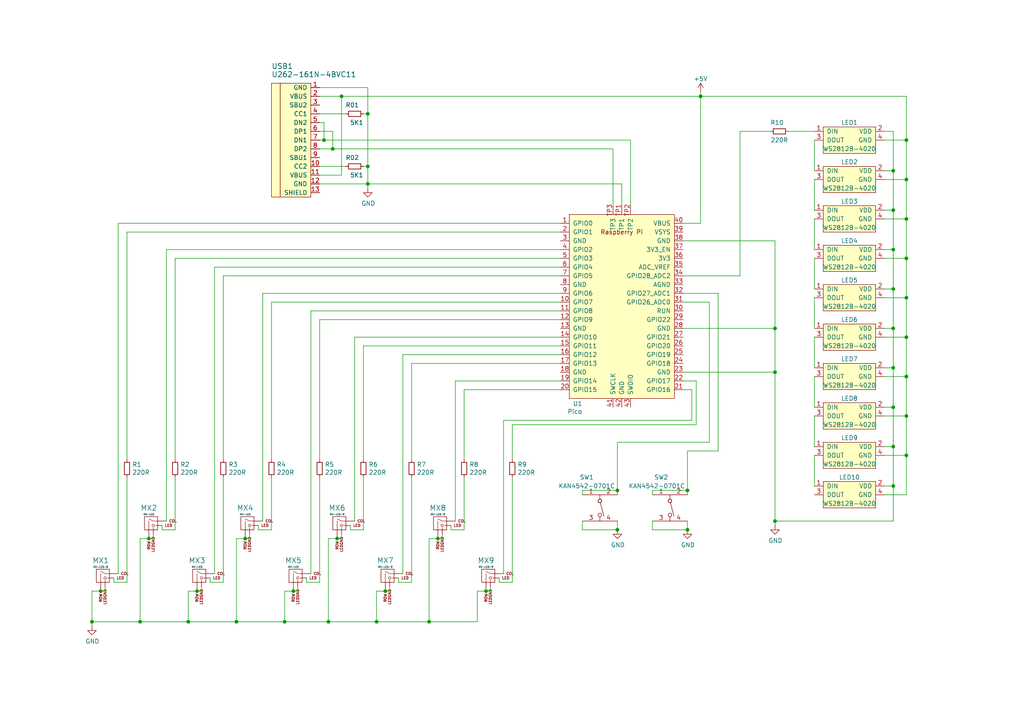
<source format=kicad_sch>
(kicad_sch (version 20211123) (generator eeschema)
  (paper "A4")
  (lib_symbols
    (symbol "Device:R_Small" (pin_numbers hide) (pin_names (offset 0.254) hide)
      (property "Reference" "R" (at 0.762 0.508 0))
      (property "Value" "R_Small" (at 0.762 -1.016 0))
      (symbol "R_Small_0_1"
        (rectangle (start -0.762 1.778) (end 0.762 -1.778) (stroke (width 0.2032)))
      )
      (symbol "R_Small_1_1"
        (pin passive line (at 0 2.54 270) (length 0.762) (name "~") (number "1"))
        (pin passive line (at 0 -2.54 90) (length 0.762) (name "~") (number "2"))
      )
    )
    (symbol "K2-1102SP-C4SC-04:K2-1102SP-C4SC-04" (pin_names (offset 0) hide)
      (property "Reference" "SW" (at 3.81 0 90))
      (property "Value" "K2-1102SP-C4SC-04" (at 0 6.35 0))
      (symbol "K2-1102SP-C4SC-04_0_0"
        (circle (center 0 -2.032) (radius 0.508))
        (polyline (pts (xy 0.127 1.524) (xy 1.1684 -2.3622)))
        (circle (center 0 2.032) (radius 0.508))
        (circle (center 0 2.032) (radius 0.508))
      )
      (symbol "K2-1102SP-C4SC-04_0_1"
        (polyline (pts (xy 0 -2.54) (xy 0 -3.81)))
        (polyline (pts (xy 0 3.81) (xy 0 2.54)))
      )
      (symbol "K2-1102SP-C4SC-04_1_1"
        (pin passive line (at -5.08 3.81 0) (length 5.08) (name "~") (number "1"))
        (pin passive line (at 5.08 3.81 180) (length 5.08) (name "~") (number "2"))
        (pin passive line (at -5.08 -3.81 0) (length 5.08) (name "~") (number "3"))
        (pin passive line (at 5.08 -3.81 180) (length 5.08) (name "~") (number "4"))
      )
    )
    (symbol "MCU_RaspberryPi_and_Boards:Pico" (pin_names (offset 1.016))
      (property "Reference" "U" (at -13.97 27.94 0))
      (property "Value" "Pico" (at 0 19.05 0))
      (symbol "Pico_0_0"
        (text "Raspberry Pi" (at 0 21.59 0) (effects (font (size 1.27 1.27))))
      )
      (symbol "Pico_0_1"
        (rectangle (start -15.24 26.67) (end 15.24 -26.67) (fill (type background)))
      )
      (symbol "Pico_1_1"
        (pin bidirectional line (at -17.78 24.13 0) (length 2.54) (name "GPIO0") (number "1"))
        (pin bidirectional line (at -17.78 1.27 0) (length 2.54) (name "GPIO7") (number "10"))
        (pin bidirectional line (at -17.78 -1.27 0) (length 2.54) (name "GPIO8") (number "11"))
        (pin bidirectional line (at -17.78 -3.81 0) (length 2.54) (name "GPIO9") (number "12"))
        (pin power_in line (at -17.78 -6.35 0) (length 2.54) (name "GND") (number "13"))
        (pin bidirectional line (at -17.78 -8.89 0) (length 2.54) (name "GPIO10") (number "14"))
        (pin bidirectional line (at -17.78 -11.43 0) (length 2.54) (name "GPIO11") (number "15"))
        (pin bidirectional line (at -17.78 -13.97 0) (length 2.54) (name "GPIO12") (number "16"))
        (pin bidirectional line (at -17.78 -16.51 0) (length 2.54) (name "GPIO13") (number "17"))
        (pin power_in line (at -17.78 -19.05 0) (length 2.54) (name "GND") (number "18"))
        (pin bidirectional line (at -17.78 -21.59 0) (length 2.54) (name "GPIO14") (number "19"))
        (pin bidirectional line (at -17.78 21.59 0) (length 2.54) (name "GPIO1") (number "2"))
        (pin bidirectional line (at -17.78 -24.13 0) (length 2.54) (name "GPIO15") (number "20"))
        (pin bidirectional line (at 17.78 -24.13 180) (length 2.54) (name "GPIO16") (number "21"))
        (pin bidirectional line (at 17.78 -21.59 180) (length 2.54) (name "GPIO17") (number "22"))
        (pin power_in line (at 17.78 -19.05 180) (length 2.54) (name "GND") (number "23"))
        (pin bidirectional line (at 17.78 -16.51 180) (length 2.54) (name "GPIO18") (number "24"))
        (pin bidirectional line (at 17.78 -13.97 180) (length 2.54) (name "GPIO19") (number "25"))
        (pin bidirectional line (at 17.78 -11.43 180) (length 2.54) (name "GPIO20") (number "26"))
        (pin bidirectional line (at 17.78 -8.89 180) (length 2.54) (name "GPIO21") (number "27"))
        (pin power_in line (at 17.78 -6.35 180) (length 2.54) (name "GND") (number "28"))
        (pin bidirectional line (at 17.78 -3.81 180) (length 2.54) (name "GPIO22") (number "29"))
        (pin power_in line (at -17.78 19.05 0) (length 2.54) (name "GND") (number "3"))
        (pin input line (at 17.78 -1.27 180) (length 2.54) (name "RUN") (number "30"))
        (pin bidirectional line (at 17.78 1.27 180) (length 2.54) (name "GPIO26_ADC0") (number "31"))
        (pin bidirectional line (at 17.78 3.81 180) (length 2.54) (name "GPIO27_ADC1") (number "32"))
        (pin power_in line (at 17.78 6.35 180) (length 2.54) (name "AGND") (number "33"))
        (pin bidirectional line (at 17.78 8.89 180) (length 2.54) (name "GPIO28_ADC2") (number "34"))
        (pin unspecified line (at 17.78 11.43 180) (length 2.54) (name "ADC_VREF") (number "35"))
        (pin unspecified line (at 17.78 13.97 180) (length 2.54) (name "3V3") (number "36"))
        (pin input line (at 17.78 16.51 180) (length 2.54) (name "3V3_EN") (number "37"))
        (pin bidirectional line (at 17.78 19.05 180) (length 2.54) (name "GND") (number "38"))
        (pin unspecified line (at 17.78 21.59 180) (length 2.54) (name "VSYS") (number "39"))
        (pin bidirectional line (at -17.78 16.51 0) (length 2.54) (name "GPIO2") (number "4"))
        (pin unspecified line (at 17.78 24.13 180) (length 2.54) (name "VBUS") (number "40"))
        (pin input line (at -2.54 -29.21 90) (length 2.54) (name "SWCLK") (number "41"))
        (pin power_in line (at 0 -29.21 90) (length 2.54) (name "GND") (number "42"))
        (pin bidirectional line (at 2.54 -29.21 90) (length 2.54) (name "SWDIO") (number "43"))
        (pin bidirectional line (at -17.78 13.97 0) (length 2.54) (name "GPIO3") (number "5"))
        (pin bidirectional line (at -17.78 11.43 0) (length 2.54) (name "GPIO4") (number "6"))
        (pin bidirectional line (at -17.78 8.89 0) (length 2.54) (name "GPIO5") (number "7"))
        (pin power_in line (at -17.78 6.35 0) (length 2.54) (name "GND") (number "8"))
        (pin bidirectional line (at -17.78 3.81 0) (length 2.54) (name "GPIO6") (number "9"))
        (pin unspecified line (at 0 29.21 270) (length 2.54) (name "TP1") (number "TP1"))
        (pin bidirectional line (at 2.54 29.21 270) (length 2.54) (name "TP2") (number "TP2"))
        (pin bidirectional line (at -2.54 29.21 270) (length 2.54) (name "TP3") (number "TP3"))
      )
    )
    (symbol "MX_Alps_Hybrid:MX-LED" (pin_names (offset 1.016))
      (property "Reference" "MX" (at -0.635 3.81 0))
      (property "Value" "MX-LED" (at -0.635 1.27 0))
      (symbol "MX-LED_0_0"
        (rectangle (start -2.54 2.54) (end 1.27 -1.27))
        (polyline (pts (xy -1.27 -1.27) (xy -1.27 1.27)) (stroke (width 0.127)))
        (polyline (pts (xy 0 -1.27) (xy 0 -0.635)) (stroke (width 0.127)))
        (polyline (pts (xy 1.27 0) (xy 0.635 0)) (stroke (width 0.127)))
        (polyline (pts (xy 1.27 1.27) (xy 0 1.27) (xy -1.27 1.905)) (stroke (width 0.127)))
        (circle (center 0 0) (radius 0.3556) (stroke (width 0.127)))
        (text "COL" (at 5.715 1.27 0) (effects (font (size 0.762 0.762))))
        (text "LED" (at 4.445 0 0) (effects (font (size 0.762 0.762))))
        (text "ROW" (at -1.27 -4.445 900) (effects (font (size 0.762 0.762)) (justify right)))
      )
      (symbol "MX-LED_1_0"
        (text "LEDGND" (at 0 -3.175 900) (effects (font (size 0.762 0.762)) (justify right)))
      )
      (symbol "MX-LED_1_1"
        (pin passive line (at 3.81 1.27 180) (length 2.54) (name "COL") (number "1"))
        (pin passive line (at -1.27 -3.81 90) (length 2.54) (name "ROW") (number "2"))
        (pin input line (at 2.54 0 180) (length 1.27) (name "LED") (number "3"))
        (pin passive line (at 0 -2.54 90) (length 1.27) (name "LEDGND") (number "4"))
      )
    )
    (symbol "Type-C:HRO-TYPE-C-31-M-12" (pin_names (offset 1.016))
      (property "Reference" "USB" (at -5.08 16.51 0))
      (property "Value" "HRO-TYPE-C-31-M-12" (at -10.16 -1.27 90))
      (symbol "HRO-TYPE-C-31-M-12_0_1"
        (rectangle (start -11.43 15.24) (end -8.89 -17.78) (fill (type background)))
        (rectangle (start 0 -17.78) (end -8.89 15.24) (fill (type background)))
      )
      (symbol "HRO-TYPE-C-31-M-12_1_1"
        (pin input line (at 2.54 13.97 180) (length 2.54) (name "GND") (number "1"))
        (pin input line (at 2.54 -8.89 180) (length 2.54) (name "CC2") (number "10"))
        (pin input line (at 2.54 -11.43 180) (length 2.54) (name "VBUS") (number "11"))
        (pin input line (at 2.54 -13.97 180) (length 2.54) (name "GND") (number "12"))
        (pin input line (at 2.54 -16.51 180) (length 2.54) (name "SHIELD") (number "13"))
        (pin input line (at 2.54 11.43 180) (length 2.54) (name "VBUS") (number "2"))
        (pin input line (at 2.54 8.89 180) (length 2.54) (name "SBU2") (number "3"))
        (pin input line (at 2.54 6.35 180) (length 2.54) (name "CC1") (number "4"))
        (pin input line (at 2.54 3.81 180) (length 2.54) (name "DN2") (number "5"))
        (pin input line (at 2.54 1.27 180) (length 2.54) (name "DP1") (number "6"))
        (pin input line (at 2.54 -1.27 180) (length 2.54) (name "DN1") (number "7"))
        (pin input line (at 2.54 -3.81 180) (length 2.54) (name "DP2") (number "8"))
        (pin input line (at 2.54 -6.35 180) (length 2.54) (name "SBU1") (number "9"))
      )
    )
    (symbol "agg-kicad:WS2812B-4020" (pin_names (offset 1.016))
      (property "Reference" "LED" (at -7.62 5.08 0))
      (property "Value" "WS2812B-4020" (at -7.62 -5.08 0))
      (symbol "WS2812B-4020_0_0"
        (pin input line (at 10.16 2.54 180) (length 2.54) (name "DIN") (number "1"))
        (pin power_in line (at -10.16 2.54 0) (length 2.54) (name "VDD") (number "2"))
        (pin output line (at 10.16 0 180) (length 2.54) (name "DOUT") (number "3"))
        (pin power_in line (at -10.16 0 0) (length 2.54) (name "GND") (number "4"))
      )
      (symbol "WS2812B-4020_0_1"
        (rectangle (start -7.62 3.81) (end 7.62 -3.81) (fill (type background)))
      )
    )
    (symbol "power:+5V" (power) (pin_names (offset 0))
      (property "Value" "+5V" (at 0 3.556 0))
      (symbol "+5V_0_1"
        (polyline (pts (xy -0.762 1.27) (xy 0 2.54)))
        (polyline (pts (xy 0 0) (xy 0 2.54)))
        (polyline (pts (xy 0 2.54) (xy 0.762 1.27)))
      )
      (symbol "+5V_1_1"
        (pin power_in line (at 0 0 90) (length 0) hide (name "+5V") (number "1"))
      )
    )
    (symbol "power:GND" (power) (pin_names (offset 0))
      (property "Value" "GND" (at 0 -3.81 0))
      (symbol "GND_0_1"
        (polyline (pts (xy 0 0) (xy 0 -1.27) (xy 1.27 -1.27) (xy 0 -2.54) (xy -1.27 -1.27) (xy 0 -1.27)))
      )
      (symbol "GND_1_1"
        (pin power_in line (at 0 0 270) (length 0) hide (name "GND") (number "1"))
      )
    )
  )
  (junction (at 109.22 180.34))
  (junction (at 40.64 180.34))
  (junction (at 96.52 43.18))
  (junction (at 262.89 86.36))
  (junction (at 111.76 171.45))
  (junction (at 97.79 156.21))
  (junction (at 262.89 97.79))
  (junction (at 179.07 142.24))
  (junction (at 203.2 27.94))
  (junction (at 68.58 180.34))
  (junction (at 259.08 60.96))
  (junction (at 199.39 142.24))
  (junction (at 262.89 40.64))
  (junction (at 259.08 106.68))
  (junction (at 259.08 49.53))
  (junction (at 95.25 180.34))
  (junction (at 99.06 27.94))
  (junction (at 262.89 74.93))
  (junction (at 106.68 53.34))
  (junction (at 262.89 109.22))
  (junction (at 26.67 180.34))
  (junction (at 259.08 129.54))
  (junction (at 54.61 180.34))
  (junction (at 179.07 153.67))
  (junction (at 262.89 52.07))
  (junction (at 43.18 156.21))
  (junction (at 259.08 95.25))
  (junction (at 140.97 171.45))
  (junction (at 71.12 156.21))
  (junction (at 259.08 140.97))
  (junction (at 259.08 118.11))
  (junction (at 85.09 171.45))
  (junction (at 262.89 132.08))
  (junction (at 82.55 180.34))
  (junction (at 124.46 180.34))
  (junction (at 106.68 48.26))
  (junction (at 259.08 72.39))
  (junction (at 259.08 83.82))
  (junction (at 106.68 33.02))
  (junction (at 127 156.21))
  (junction (at 262.89 63.5))
  (junction (at 199.39 153.67))
  (junction (at 29.21 171.45))
  (junction (at 224.79 151.13))
  (junction (at 57.15 171.45))
  (junction (at 224.79 95.25))
  (junction (at 262.89 120.65))
  (junction (at 93.98 40.64))
  (junction (at 224.79 107.95))
  (wire (pts (xy 62.23 77.47) (xy 162.56 77.47)))
  (wire (pts (xy 36.83 67.31) (xy 36.83 133.35)))
  (wire (pts (xy 106.68 25.4) (xy 106.68 33.02)))
  (wire (pts (xy 179.07 153.67) (xy 179.07 151.13)))
  (wire (pts (xy 134.62 113.03) (xy 134.62 133.35)))
  (wire (pts (xy 168.91 151.13) (xy 168.91 153.67)))
  (wire (pts (xy 198.12 107.95) (xy 224.79 107.95)))
  (wire (pts (xy 200.66 113.03) (xy 198.12 113.03)))
  (wire (pts (xy 76.2 85.09) (xy 162.56 85.09)))
  (wire (pts (xy 199.39 153.67) (xy 199.39 151.13)))
  (wire (pts (xy 259.08 140.97) (xy 259.08 151.13)))
  (wire (pts (xy 72.39 156.21) (xy 71.12 156.21)))
  (wire (pts (xy 115.57 167.64) (xy 115.57 168.91)))
  (wire (pts (xy 92.71 40.64) (xy 93.98 40.64)))
  (wire (pts (xy 256.54 95.25) (xy 259.08 95.25)))
  (wire (pts (xy 256.54 49.53) (xy 259.08 49.53)))
  (wire (pts (xy 113.03 170.18) (xy 113.03 171.45)))
  (wire (pts (xy 99.06 50.8) (xy 99.06 27.94)))
  (wire (pts (xy 236.22 132.08) (xy 236.22 140.97)))
  (wire (pts (xy 224.79 69.85) (xy 224.79 95.25)))
  (wire (pts (xy 256.54 120.65) (xy 262.89 120.65)))
  (wire (pts (xy 256.54 74.93) (xy 262.89 74.93)))
  (wire (pts (xy 57.15 171.45) (xy 54.61 171.45)))
  (wire (pts (xy 214.63 38.1) (xy 223.52 38.1)))
  (wire (pts (xy 189.23 151.13) (xy 189.23 153.67)))
  (wire (pts (xy 198.12 87.63) (xy 205.74 87.63)))
  (wire (pts (xy 256.54 52.07) (xy 262.89 52.07)))
  (wire (pts (xy 109.22 171.45) (xy 109.22 180.34)))
  (wire (pts (xy 88.9 168.91) (xy 92.71 168.91)))
  (wire (pts (xy 99.06 154.94) (xy 99.06 156.21)))
  (wire (pts (xy 256.54 83.82) (xy 259.08 83.82)))
  (wire (pts (xy 116.84 102.87) (xy 116.84 166.37)))
  (wire (pts (xy 162.56 72.39) (xy 48.26 72.39)))
  (wire (pts (xy 82.55 171.45) (xy 82.55 180.34)))
  (wire (pts (xy 177.8 43.18) (xy 96.52 43.18)))
  (wire (pts (xy 236.22 74.93) (xy 236.22 83.82)))
  (wire (pts (xy 119.38 105.41) (xy 162.56 105.41)))
  (wire (pts (xy 101.6 153.67) (xy 105.41 153.67)))
  (wire (pts (xy 259.08 49.53) (xy 259.08 60.96)))
  (wire (pts (xy 144.78 167.64) (xy 144.78 168.91)))
  (wire (pts (xy 64.77 80.01) (xy 162.56 80.01)))
  (wire (pts (xy 146.05 121.92) (xy 146.05 166.37)))
  (wire (pts (xy 256.54 132.08) (xy 262.89 132.08)))
  (wire (pts (xy 201.93 110.49) (xy 198.12 110.49)))
  (wire (pts (xy 168.91 153.67) (xy 179.07 153.67)))
  (wire (pts (xy 101.6 152.4) (xy 101.6 153.67)))
  (wire (pts (xy 36.83 138.43) (xy 36.83 168.91)))
  (wire (pts (xy 71.12 156.21) (xy 68.58 156.21)))
  (wire (pts (xy 198.12 80.01) (xy 214.63 80.01)))
  (wire (pts (xy 30.48 170.18) (xy 30.48 171.45)))
  (wire (pts (xy 148.59 123.19) (xy 201.93 123.19)))
  (wire (pts (xy 78.74 87.63) (xy 78.74 133.35)))
  (wire (pts (xy 224.79 151.13) (xy 224.79 152.4)))
  (wire (pts (xy 46.99 152.4) (xy 46.99 153.67)))
  (wire (pts (xy 44.45 156.21) (xy 43.18 156.21)))
  (wire (pts (xy 236.22 63.5) (xy 236.22 72.39)))
  (wire (pts (xy 99.06 156.21) (xy 97.79 156.21)))
  (wire (pts (xy 262.89 74.93) (xy 262.89 86.36)))
  (wire (pts (xy 26.67 181.61) (xy 26.67 180.34)))
  (wire (pts (xy 40.64 156.21) (xy 40.64 180.34)))
  (wire (pts (xy 262.89 97.79) (xy 262.89 109.22)))
  (wire (pts (xy 97.79 156.21) (xy 95.25 156.21)))
  (wire (pts (xy 124.46 180.34) (xy 109.22 180.34)))
  (wire (pts (xy 262.89 109.22) (xy 262.89 120.65)))
  (wire (pts (xy 119.38 105.41) (xy 119.38 133.35)))
  (wire (pts (xy 262.89 52.07) (xy 262.89 63.5)))
  (wire (pts (xy 208.28 85.09) (xy 208.28 130.81)))
  (wire (pts (xy 105.41 100.33) (xy 162.56 100.33)))
  (wire (pts (xy 93.98 35.56) (xy 93.98 40.64)))
  (wire (pts (xy 199.39 142.24) (xy 199.39 143.51)))
  (wire (pts (xy 92.71 92.71) (xy 92.71 133.35)))
  (wire (pts (xy 105.41 138.43) (xy 105.41 153.67)))
  (wire (pts (xy 236.22 52.07) (xy 236.22 60.96)))
  (wire (pts (xy 33.02 167.64) (xy 33.02 168.91)))
  (wire (pts (xy 182.88 40.64) (xy 93.98 40.64)))
  (wire (pts (xy 256.54 143.51) (xy 262.89 143.51)))
  (wire (pts (xy 179.07 142.24) (xy 179.07 143.51)))
  (wire (pts (xy 26.67 180.34) (xy 26.67 171.45)))
  (wire (pts (xy 124.46 156.21) (xy 124.46 180.34)))
  (wire (pts (xy 72.39 154.94) (xy 72.39 156.21)))
  (wire (pts (xy 214.63 38.1) (xy 214.63 80.01)))
  (wire (pts (xy 92.71 53.34) (xy 106.68 53.34)))
  (wire (pts (xy 96.52 38.1) (xy 96.52 43.18)))
  (wire (pts (xy 228.6 38.1) (xy 236.22 38.1)))
  (wire (pts (xy 34.29 64.77) (xy 34.29 166.37)))
  (wire (pts (xy 262.89 63.5) (xy 262.89 74.93)))
  (wire (pts (xy 256.54 118.11) (xy 259.08 118.11)))
  (wire (pts (xy 256.54 72.39) (xy 259.08 72.39)))
  (wire (pts (xy 46.99 153.67) (xy 50.8 153.67)))
  (wire (pts (xy 88.9 167.64) (xy 88.9 168.91)))
  (wire (pts (xy 26.67 171.45) (xy 29.21 171.45)))
  (wire (pts (xy 182.88 59.69) (xy 182.88 40.64)))
  (wire (pts (xy 64.77 80.01) (xy 64.77 133.35)))
  (wire (pts (xy 40.64 180.34) (xy 54.61 180.34)))
  (wire (pts (xy 180.34 59.69) (xy 180.34 53.34)))
  (wire (pts (xy 105.41 100.33) (xy 105.41 133.35)))
  (wire (pts (xy 262.89 86.36) (xy 262.89 97.79)))
  (wire (pts (xy 259.08 72.39) (xy 259.08 83.82)))
  (wire (pts (xy 256.54 38.1) (xy 259.08 38.1)))
  (wire (pts (xy 208.28 130.81) (xy 199.39 130.81)))
  (wire (pts (xy 138.43 180.34) (xy 124.46 180.34)))
  (wire (pts (xy 68.58 180.34) (xy 54.61 180.34)))
  (wire (pts (xy 259.08 129.54) (xy 259.08 140.97)))
  (wire (pts (xy 62.23 77.47) (xy 62.23 166.37)))
  (wire (pts (xy 256.54 129.54) (xy 259.08 129.54)))
  (wire (pts (xy 44.45 154.94) (xy 44.45 156.21)))
  (wire (pts (xy 201.93 123.19) (xy 201.93 110.49)))
  (wire (pts (xy 92.71 50.8) (xy 99.06 50.8)))
  (wire (pts (xy 40.64 156.21) (xy 43.18 156.21)))
  (wire (pts (xy 99.06 27.94) (xy 203.2 27.94)))
  (wire (pts (xy 256.54 106.68) (xy 259.08 106.68)))
  (wire (pts (xy 259.08 38.1) (xy 259.08 49.53)))
  (wire (pts (xy 262.89 132.08) (xy 262.89 143.51)))
  (wire (pts (xy 92.71 43.18) (xy 96.52 43.18)))
  (wire (pts (xy 138.43 171.45) (xy 138.43 180.34)))
  (wire (pts (xy 200.66 121.92) (xy 146.05 121.92)))
  (wire (pts (xy 236.22 86.36) (xy 236.22 95.25)))
  (wire (pts (xy 262.89 120.65) (xy 262.89 132.08)))
  (wire (pts (xy 58.42 171.45) (xy 57.15 171.45)))
  (wire (pts (xy 130.81 152.4) (xy 130.81 153.67)))
  (wire (pts (xy 189.23 153.67) (xy 199.39 153.67)))
  (wire (pts (xy 76.2 85.09) (xy 76.2 151.13)))
  (wire (pts (xy 162.56 64.77) (xy 34.29 64.77)))
  (wire (pts (xy 142.24 171.45) (xy 140.97 171.45)))
  (wire (pts (xy 92.71 48.26) (xy 100.33 48.26)))
  (wire (pts (xy 224.79 107.95) (xy 224.79 151.13)))
  (wire (pts (xy 259.08 60.96) (xy 259.08 72.39)))
  (wire (pts (xy 256.54 97.79) (xy 262.89 97.79)))
  (wire (pts (xy 142.24 170.18) (xy 142.24 171.45)))
  (wire (pts (xy 177.8 59.69) (xy 177.8 43.18)))
  (wire (pts (xy 64.77 138.43) (xy 64.77 168.91)))
  (wire (pts (xy 132.08 110.49) (xy 162.56 110.49)))
  (wire (pts (xy 92.71 33.02) (xy 100.33 33.02)))
  (wire (pts (xy 189.23 143.51) (xy 189.23 142.24)))
  (wire (pts (xy 78.74 87.63) (xy 162.56 87.63)))
  (wire (pts (xy 168.91 142.24) (xy 179.07 142.24)))
  (wire (pts (xy 236.22 120.65) (xy 236.22 129.54)))
  (wire (pts (xy 128.27 156.21) (xy 127 156.21)))
  (wire (pts (xy 74.93 153.67) (xy 78.74 153.67)))
  (wire (pts (xy 106.68 48.26) (xy 105.41 48.26)))
  (wire (pts (xy 109.22 180.34) (xy 95.25 180.34)))
  (wire (pts (xy 36.83 67.31) (xy 162.56 67.31)))
  (wire (pts (xy 180.34 53.34) (xy 106.68 53.34)))
  (wire (pts (xy 113.03 171.45) (xy 111.76 171.45)))
  (wire (pts (xy 58.42 170.18) (xy 58.42 171.45)))
  (wire (pts (xy 259.08 83.82) (xy 259.08 95.25)))
  (wire (pts (xy 92.71 25.4) (xy 106.68 25.4)))
  (wire (pts (xy 92.71 27.94) (xy 99.06 27.94)))
  (wire (pts (xy 162.56 97.79) (xy 102.87 97.79)))
  (wire (pts (xy 236.22 40.64) (xy 236.22 49.53)))
  (wire (pts (xy 111.76 171.45) (xy 109.22 171.45)))
  (wire (pts (xy 236.22 109.22) (xy 236.22 118.11)))
  (wire (pts (xy 199.39 130.81) (xy 199.39 142.24)))
  (wire (pts (xy 115.57 168.91) (xy 119.38 168.91)))
  (wire (pts (xy 60.96 168.91) (xy 64.77 168.91)))
  (wire (pts (xy 119.38 138.43) (xy 119.38 168.91)))
  (wire (pts (xy 224.79 95.25) (xy 224.79 107.95)))
  (wire (pts (xy 259.08 106.68) (xy 259.08 118.11)))
  (wire (pts (xy 162.56 113.03) (xy 134.62 113.03)))
  (wire (pts (xy 256.54 86.36) (xy 262.89 86.36)))
  (wire (pts (xy 54.61 171.45) (xy 54.61 180.34)))
  (wire (pts (xy 86.36 170.18) (xy 86.36 171.45)))
  (wire (pts (xy 128.27 154.94) (xy 128.27 156.21)))
  (wire (pts (xy 198.12 69.85) (xy 224.79 69.85)))
  (wire (pts (xy 140.97 171.45) (xy 138.43 171.45)))
  (wire (pts (xy 198.12 95.25) (xy 224.79 95.25)))
  (wire (pts (xy 90.17 90.17) (xy 162.56 90.17)))
  (wire (pts (xy 106.68 33.02) (xy 106.68 48.26)))
  (wire (pts (xy 236.22 97.79) (xy 236.22 106.68)))
  (wire (pts (xy 50.8 74.93) (xy 162.56 74.93)))
  (wire (pts (xy 262.89 40.64) (xy 262.89 52.07)))
  (wire (pts (xy 127 156.21) (xy 124.46 156.21)))
  (wire (pts (xy 132.08 151.13) (xy 132.08 110.49)))
  (wire (pts (xy 106.68 53.34) (xy 106.68 54.61)))
  (wire (pts (xy 224.79 151.13) (xy 259.08 151.13)))
  (wire (pts (xy 82.55 180.34) (xy 68.58 180.34)))
  (wire (pts (xy 148.59 168.91) (xy 148.59 138.43)))
  (wire (pts (xy 203.2 27.94) (xy 262.89 27.94)))
  (wire (pts (xy 90.17 90.17) (xy 90.17 166.37)))
  (wire (pts (xy 148.59 133.35) (xy 148.59 123.19)))
  (wire (pts (xy 92.71 138.43) (xy 92.71 168.91)))
  (wire (pts (xy 259.08 95.25) (xy 259.08 106.68)))
  (wire (pts (xy 26.67 180.34) (xy 40.64 180.34)))
  (wire (pts (xy 86.36 171.45) (xy 85.09 171.45)))
  (wire (pts (xy 68.58 156.21) (xy 68.58 180.34)))
  (wire (pts (xy 30.48 171.45) (xy 29.21 171.45)))
  (wire (pts (xy 33.02 168.91) (xy 36.83 168.91)))
  (wire (pts (xy 92.71 92.71) (xy 162.56 92.71)))
  (wire (pts (xy 256.54 63.5) (xy 262.89 63.5)))
  (wire (pts (xy 189.23 142.24) (xy 199.39 142.24)))
  (wire (pts (xy 256.54 140.97) (xy 259.08 140.97)))
  (wire (pts (xy 168.91 143.51) (xy 168.91 142.24)))
  (wire (pts (xy 203.2 27.94) (xy 203.2 26.67)))
  (wire (pts (xy 256.54 60.96) (xy 259.08 60.96)))
  (wire (pts (xy 60.96 167.64) (xy 60.96 168.91)))
  (wire (pts (xy 92.71 38.1) (xy 96.52 38.1)))
  (wire (pts (xy 106.68 48.26) (xy 106.68 53.34)))
  (wire (pts (xy 262.89 27.94) (xy 262.89 40.64)))
  (wire (pts (xy 205.74 128.27) (xy 179.07 128.27)))
  (wire (pts (xy 50.8 138.43) (xy 50.8 153.67)))
  (wire (pts (xy 92.71 35.56) (xy 93.98 35.56)))
  (wire (pts (xy 102.87 97.79) (xy 102.87 151.13)))
  (wire (pts (xy 162.56 102.87) (xy 116.84 102.87)))
  (wire (pts (xy 106.68 33.02) (xy 105.41 33.02)))
  (wire (pts (xy 130.81 153.67) (xy 134.62 153.67)))
  (wire (pts (xy 198.12 64.77) (xy 203.2 64.77)))
  (wire (pts (xy 198.12 85.09) (xy 208.28 85.09)))
  (wire (pts (xy 256.54 40.64) (xy 262.89 40.64)))
  (wire (pts (xy 74.93 152.4) (xy 74.93 153.67)))
  (wire (pts (xy 48.26 72.39) (xy 48.26 151.13)))
  (wire (pts (xy 256.54 109.22) (xy 262.89 109.22)))
  (wire (pts (xy 85.09 171.45) (xy 82.55 171.45)))
  (wire (pts (xy 203.2 27.94) (xy 203.2 64.77)))
  (wire (pts (xy 95.25 156.21) (xy 95.25 180.34)))
  (wire (pts (xy 50.8 74.93) (xy 50.8 133.35)))
  (wire (pts (xy 259.08 118.11) (xy 259.08 129.54)))
  (wire (pts (xy 144.78 168.91) (xy 148.59 168.91)))
  (wire (pts (xy 134.62 138.43) (xy 134.62 153.67)))
  (wire (pts (xy 78.74 138.43) (xy 78.74 153.67)))
  (wire (pts (xy 179.07 128.27) (xy 179.07 142.24)))
  (wire (pts (xy 95.25 180.34) (xy 82.55 180.34)))
  (wire (pts (xy 200.66 113.03) (xy 200.66 121.92)))
  (wire (pts (xy 205.74 87.63) (xy 205.74 128.27)))
  (symbol (lib_id "MCU_RaspberryPi_and_Boards:Pico") (at 180.34 88.9 0) (unit 1)
    (property "Reference" "U1" (at 168.91 117.0686 0) (effects (justify right)))
    (property "Value" "Pico" (at 168.91 119.38 0) (effects (justify right)))
    (property "Footprint" "MCU_RaspberryPi_and_Boards:RPi_Pico_SMD_TH" (effects hide))
  )
  (symbol (lib_id "MX_Alps_Hybrid:MX-LED") (at 30.48 167.64 0) (unit 1)
    (property "Reference" "MX1" (at 29.21 162.56 0) (effects (font (size 1.524 1.524))))
    (property "Value" "MX-LED-B" (at 29.21 164.4396 0) (effects (font (size 0.508 0.508))))
    (property "Footprint" "MX_Only:MXOnly-1.5U-Hotswap-LED-SMD" (effects hide))
    (property "LCSC" "C440444" (effects hide))
  )
  (symbol (lib_id "MX_Alps_Hybrid:MX-LED") (at 44.45 152.4 0) (unit 1)
    (property "Reference" "MX2" (at 43.18 147.32 0) (effects (font (size 1.524 1.524))))
    (property "Value" "MX-LED" (at 43.18 149.1996 0) (effects (font (size 0.508 0.508))))
    (property "Footprint" "MX_Only:MXOnly-1.5U-Hotswap-LED-SMD" (effects hide))
    (property "LCSC" "C26545" (effects hide))
  )
  (symbol (lib_id "MX_Alps_Hybrid:MX-LED") (at 58.42 167.64 0) (unit 1)
    (property "Reference" "MX3" (at 57.15 162.56 0) (effects (font (size 1.524 1.524))))
    (property "Value" "MX-LED" (at 57.15 164.4396 0) (effects (font (size 0.508 0.508))))
    (property "Footprint" "MX_Only:MXOnly-1.5U-Hotswap-LED-SMD" (effects hide))
    (property "LCSC" "C26545" (effects hide))
  )
  (symbol (lib_id "MX_Alps_Hybrid:MX-LED") (at 72.39 152.4 0) (unit 1)
    (property "Reference" "MX4" (at 71.12 147.32 0) (effects (font (size 1.524 1.524))))
    (property "Value" "MX-LED" (at 71.12 149.1996 0) (effects (font (size 0.508 0.508))))
    (property "Footprint" "MX_Only:MXOnly-1.5U-Hotswap-LED-SMD" (effects hide))
    (property "LCSC" "C26545" (effects hide))
  )
  (symbol (lib_id "MX_Alps_Hybrid:MX-LED") (at 86.36 167.64 0) (unit 1)
    (property "Reference" "MX5" (at 85.09 162.56 0) (effects (font (size 1.524 1.524))))
    (property "Value" "MX-LED" (at 85.09 164.4396 0) (effects (font (size 0.508 0.508))))
    (property "Footprint" "MX_Only:MXOnly-1.5U-Hotswap-LED-SMD" (effects hide))
    (property "LCSC" "C26545" (effects hide))
  )
  (symbol (lib_id "MX_Alps_Hybrid:MX-LED") (at 99.06 152.4 0) (unit 1)
    (property "Reference" "MX6" (at 97.79 147.32 0) (effects (font (size 1.524 1.524))))
    (property "Value" "MX-LED-R" (at 97.79 149.1996 0) (effects (font (size 0.508 0.508))))
    (property "Footprint" "MX_Only:MXOnly-1.5U-Hotswap-LED-SMD" (effects hide))
    (property "LCSC" "C440441" (effects hide))
  )
  (symbol (lib_id "MX_Alps_Hybrid:MX-LED") (at 113.03 167.64 0) (unit 1)
    (property "Reference" "MX7" (at 111.76 162.56 0) (effects (font (size 1.524 1.524))))
    (property "Value" "MX-LED-R" (at 111.76 164.4396 0) (effects (font (size 0.508 0.508))))
    (property "Footprint" "MX_Only:MXOnly-1.5U-Hotswap-LED-SMD" (effects hide))
    (property "LCSC" "C440441" (effects hide))
  )
  (symbol (lib_id "Type-C:HRO-TYPE-C-31-M-12") (at 90.17 39.37 0) (unit 1)
    (property "Reference" "USB1" (at 78.74 19.2024 0) (effects (font (size 1.524 1.524)) (justify left)))
    (property "Value" "U262-161N-4BVC11" (at 78.74 21.59 0) (effects (font (size 1.524 1.524)) (justify left)))
    (property "Footprint" "Type-C:HRO-TYPE-C-31-M-12-Assembly" (effects hide))
    (property "LCSC" "C319148" (effects hide))
  )
  (symbol (lib_id "power:GND") (at 106.68 54.61 0) (unit 1)
    (property "Reference" "#PWR0112" (effects hide))
    (property "Value" "GND" (at 106.807 59.0042 0))
  )
  (symbol (lib_id "power:+5V") (at 203.2 26.67 0) (unit 1)
    (property "Reference" "#PWR0114" (effects hide))
    (property "Value" "+5V" (at 203.2 22.86 0))
  )
  (symbol (lib_id "Device:R_Small") (at 102.87 48.26 90) (unit 1)
    (property "Reference" "R02" (at 104.14 45.72 90) (effects (justify left)))
    (property "Value" "5K1" (at 105.41 50.8 90) (effects (justify left)))
    (property "Footprint" "Resistor_SMD:R_0603_1608Metric" (effects hide))
    (property "LCSC" "C23186" (effects hide))
  )
  (symbol (lib_id "Device:R_Small") (at 102.87 33.02 90) (unit 1)
    (property "Reference" "R01" (at 104.14 30.48 90) (effects (justify left)))
    (property "Value" "5K1" (at 105.41 35.56 90) (effects (justify left)))
    (property "Footprint" "Resistor_SMD:R_0603_1608Metric" (effects hide))
    (property "LCSC" "C23186" (effects hide))
  )
  (symbol (lib_id "Device:R_Small") (at 226.06 38.1 90) (unit 1)
    (property "Reference" "R10" (at 227.33 35.56 90) (effects (justify left)))
    (property "Value" "220R" (at 228.6 40.64 90) (effects (justify left)))
    (property "Footprint" "Resistor_SMD:R_0603_1608Metric" (effects hide))
    (property "LCSC" "C22962" (effects hide))
  )
  (symbol (lib_id "K2-1102SP-C4SC-04:K2-1102SP-C4SC-04") (at 173.99 147.32 0) (unit 1)
    (property "Reference" "SW1" (at 170.18 138.43 0))
    (property "Value" "KAN4542-0701C" (at 170.18 140.97 0))
    (property "Footprint" "K2-1102SP-C4SC-04:KAN4542-0701C" (effects hide))
    (property "LCSC" "C231726" (effects hide))
  )
  (symbol (lib_id "K2-1102SP-C4SC-04:K2-1102SP-C4SC-04") (at 194.31 147.32 0) (unit 1)
    (property "Reference" "SW2" (at 191.77 138.43 0))
    (property "Value" "KAN4542-0701C" (at 190.5 140.97 0))
    (property "Footprint" "K2-1102SP-C4SC-04:KAN4542-0701C" (effects hide))
    (property "LCSC" "C231726" (effects hide))
  )
  (symbol (lib_id "power:GND") (at 224.79 152.4 0) (unit 1)
    (property "Reference" "#PWR0103" (effects hide))
    (property "Value" "GND" (at 224.917 156.7942 0))
  )
  (symbol (lib_id "MX_Alps_Hybrid:MX-LED") (at 142.24 167.64 0) (unit 1)
    (property "Reference" "MX9" (at 140.97 162.56 0) (effects (font (size 1.524 1.524))))
    (property "Value" "MX-LED-R" (at 140.97 164.4396 0) (effects (font (size 0.508 0.508))))
    (property "Footprint" "MX_Only:MXOnly-1.5U-Hotswap-LED-SMD" (effects hide))
    (property "LCSC" "C440441" (effects hide))
  )
  (symbol (lib_id "power:GND") (at 199.39 153.67 0) (unit 1)
    (property "Reference" "#PWR0104" (effects hide))
    (property "Value" "GND" (at 199.517 158.0642 0))
  )
  (symbol (lib_id "Device:R_Small") (at 78.74 135.89 0) (unit 1)
    (property "Reference" "R4" (at 80.2386 134.7216 0) (effects (justify left)))
    (property "Value" "220R" (at 80.2386 137.033 0) (effects (justify left)))
    (property "Footprint" "Resistor_SMD:R_0603_1608Metric" (effects hide))
    (property "LCSC" "C22962" (effects hide))
  )
  (symbol (lib_id "agg-kicad:WS2812B-4020") (at 246.38 132.08 0) (mirror y) (unit 1)
    (property "Reference" "LED9" (at 246.38 127 0))
    (property "Value" "WS2812B-4020" (at 246.38 134.62 0))
    (property "Footprint" "agg:WS2812B-4020" (effects hide))
    (property "Datasheet" "https://datasheet.lcsc.com/szlcsc/2012110135_Worldsemi-WS2812B-4020_C965557.pdf" (effects hide))
  )
  (symbol (lib_id "agg-kicad:WS2812B-4020") (at 246.38 120.65 0) (mirror y) (unit 1)
    (property "Reference" "LED8" (at 246.38 115.57 0))
    (property "Value" "WS2812B-4020" (at 246.38 123.19 0))
    (property "Footprint" "agg:WS2812B-4020" (effects hide))
    (property "Datasheet" "https://datasheet.lcsc.com/szlcsc/2012110135_Worldsemi-WS2812B-4020_C965557.pdf" (effects hide))
  )
  (symbol (lib_id "Device:R_Small") (at 148.59 135.89 0) (unit 1)
    (property "Reference" "R9" (at 150.0886 134.7216 0) (effects (justify left)))
    (property "Value" "220R" (at 150.0886 137.033 0) (effects (justify left)))
    (property "Footprint" "Resistor_SMD:R_0603_1608Metric" (effects hide))
    (property "LCSC" "C22962" (effects hide))
  )
  (symbol (lib_id "agg-kicad:WS2812B-4020") (at 246.38 63.5 0) (mirror y) (unit 1)
    (property "Reference" "LED3" (at 246.38 58.42 0))
    (property "Value" "WS2812B-4020" (at 246.38 66.04 0))
    (property "Footprint" "agg:WS2812B-4020" (effects hide))
    (property "Datasheet" "https://datasheet.lcsc.com/szlcsc/2012110135_Worldsemi-WS2812B-4020_C965557.pdf" (effects hide))
  )
  (symbol (lib_id "agg-kicad:WS2812B-4020") (at 246.38 74.93 0) (mirror y) (unit 1)
    (property "Reference" "LED4" (at 246.38 69.85 0))
    (property "Value" "WS2812B-4020" (at 246.38 77.47 0))
    (property "Footprint" "agg:WS2812B-4020" (effects hide))
    (property "Datasheet" "https://datasheet.lcsc.com/szlcsc/2012110135_Worldsemi-WS2812B-4020_C965557.pdf" (effects hide))
  )
  (symbol (lib_id "Device:R_Small") (at 64.77 135.89 0) (unit 1)
    (property "Reference" "R3" (at 66.2686 134.7216 0) (effects (justify left)))
    (property "Value" "220R" (at 66.2686 137.033 0) (effects (justify left)))
    (property "Footprint" "Resistor_SMD:R_0603_1608Metric" (effects hide))
    (property "LCSC" "C22962" (effects hide))
  )
  (symbol (lib_id "Device:R_Small") (at 105.41 135.89 0) (unit 1)
    (property "Reference" "R6" (at 106.9086 134.7216 0) (effects (justify left)))
    (property "Value" "220R" (at 106.9086 137.033 0) (effects (justify left)))
    (property "Footprint" "Resistor_SMD:R_0603_1608Metric" (effects hide))
    (property "LCSC" "C22962" (effects hide))
  )
  (symbol (lib_id "MX_Alps_Hybrid:MX-LED") (at 128.27 152.4 0) (unit 1)
    (property "Reference" "MX8" (at 127 147.32 0) (effects (font (size 1.524 1.524))))
    (property "Value" "MX-LED-R" (at 127 149.1996 0) (effects (font (size 0.508 0.508))))
    (property "Footprint" "MX_Only:MXOnly-1.5U-Hotswap-LED-SMD" (effects hide))
    (property "LCSC" "C440441" (effects hide))
  )
  (symbol (lib_id "Device:R_Small") (at 134.62 135.89 0) (unit 1)
    (property "Reference" "R8" (at 136.1186 134.7216 0) (effects (justify left)))
    (property "Value" "220R" (at 136.1186 137.033 0) (effects (justify left)))
    (property "Footprint" "Resistor_SMD:R_0603_1608Metric" (effects hide))
    (property "LCSC" "C22962" (effects hide))
  )
  (symbol (lib_id "agg-kicad:WS2812B-4020") (at 246.38 40.64 0) (mirror y) (unit 1)
    (property "Reference" "LED1" (at 246.38 35.56 0))
    (property "Value" "WS2812B-4020" (at 246.38 43.18 0))
    (property "Footprint" "agg:WS2812B-4020" (effects hide))
    (property "Datasheet" "https://datasheet.lcsc.com/szlcsc/2012110135_Worldsemi-WS2812B-4020_C965557.pdf" (effects hide))
  )
  (symbol (lib_id "agg-kicad:WS2812B-4020") (at 246.38 143.51 0) (mirror y) (unit 1)
    (property "Reference" "LED10" (at 246.38 138.43 0))
    (property "Value" "WS2812B-4020" (at 246.38 146.05 0))
    (property "Footprint" "agg:WS2812B-4020" (effects hide))
    (property "Datasheet" "https://datasheet.lcsc.com/szlcsc/2012110135_Worldsemi-WS2812B-4020_C965557.pdf" (effects hide))
  )
  (symbol (lib_id "agg-kicad:WS2812B-4020") (at 246.38 109.22 0) (mirror y) (unit 1)
    (property "Reference" "LED7" (at 246.38 104.14 0))
    (property "Value" "WS2812B-4020" (at 246.38 111.76 0))
    (property "Footprint" "agg:WS2812B-4020" (effects hide))
    (property "Datasheet" "https://datasheet.lcsc.com/szlcsc/2012110135_Worldsemi-WS2812B-4020_C965557.pdf" (effects hide))
  )
  (symbol (lib_id "agg-kicad:WS2812B-4020") (at 246.38 97.79 0) (mirror y) (unit 1)
    (property "Reference" "LED6" (at 246.38 92.71 0))
    (property "Value" "WS2812B-4020" (at 246.38 100.33 0))
    (property "Footprint" "agg:WS2812B-4020" (effects hide))
    (property "Datasheet" "https://datasheet.lcsc.com/szlcsc/2012110135_Worldsemi-WS2812B-4020_C965557.pdf" (effects hide))
  )
  (symbol (lib_id "power:GND") (at 179.07 153.67 0) (unit 1)
    (property "Reference" "#PWR0102" (effects hide))
    (property "Value" "GND" (at 179.197 158.0642 0))
  )
  (symbol (lib_id "Device:R_Small") (at 92.71 135.89 0) (unit 1)
    (property "Reference" "R5" (at 94.2086 134.7216 0) (effects (justify left)))
    (property "Value" "220R" (at 94.2086 137.033 0) (effects (justify left)))
    (property "Footprint" "Resistor_SMD:R_0603_1608Metric" (effects hide))
    (property "LCSC" "C22962" (effects hide))
  )
  (symbol (lib_id "agg-kicad:WS2812B-4020") (at 246.38 52.07 0) (mirror y) (unit 1)
    (property "Reference" "LED2" (at 246.38 46.99 0))
    (property "Value" "WS2812B-4020" (at 246.38 54.61 0))
    (property "Footprint" "agg:WS2812B-4020" (effects hide))
    (property "Datasheet" "https://datasheet.lcsc.com/szlcsc/2012110135_Worldsemi-WS2812B-4020_C965557.pdf" (effects hide))
  )
  (symbol (lib_id "Device:R_Small") (at 119.38 135.89 0) (unit 1)
    (property "Reference" "R7" (at 120.8786 134.7216 0) (effects (justify left)))
    (property "Value" "220R" (at 120.8786 137.033 0) (effects (justify left)))
    (property "Footprint" "Resistor_SMD:R_0603_1608Metric" (effects hide))
    (property "LCSC" "C22962" (effects hide))
  )
  (symbol (lib_id "Device:R_Small") (at 36.83 135.89 0) (unit 1)
    (property "Reference" "R1" (at 38.3286 134.7216 0) (effects (justify left)))
    (property "Value" "220R" (at 38.3286 137.033 0) (effects (justify left)))
    (property "Footprint" "Resistor_SMD:R_0603_1608Metric" (effects hide))
    (property "LCSC" "C22962" (effects hide))
  )
  (symbol (lib_id "power:GND") (at 26.67 181.61 0) (unit 1)
    (property "Reference" "#PWR0101" (effects hide))
    (property "Value" "GND" (at 26.797 186.0042 0))
  )
  (symbol (lib_id "agg-kicad:WS2812B-4020") (at 246.38 86.36 0) (mirror y) (unit 1)
    (property "Reference" "LED5" (at 246.38 81.28 0))
    (property "Value" "WS2812B-4020" (at 246.38 88.9 0))
    (property "Footprint" "agg:WS2812B-4020" (effects hide))
    (property "Datasheet" "https://datasheet.lcsc.com/szlcsc/2012110135_Worldsemi-WS2812B-4020_C965557.pdf" (effects hide))
  )
  (symbol (lib_id "Device:R_Small") (at 50.8 135.89 0) (unit 1)
    (property "Reference" "R2" (at 52.2986 134.7216 0) (effects (justify left)))
    (property "Value" "220R" (at 52.2986 137.033 0) (effects (justify left)))
    (property "Footprint" "Resistor_SMD:R_0603_1608Metric" (effects hide))
    (property "LCSC" "C22962" (effects hide))
  )
)
</source>
